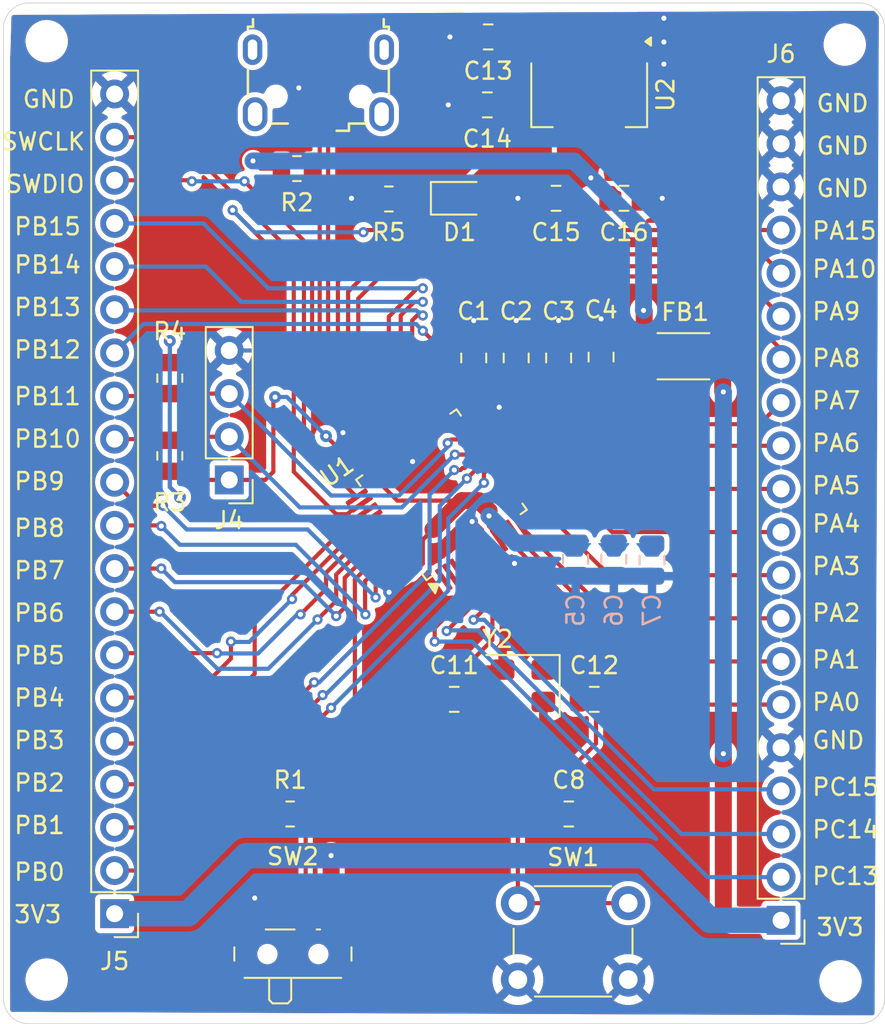
<source format=kicad_pcb>
(kicad_pcb (version 20241229) (generator "pcbnew") (generator_version "9.0")
  (layers (0 "F.Cu" signal) (2 "B.Cu" signal) (13 "F.Paste" user) (15 "B.Paste" user) (5 "F.SilkS" user "F.Silkscreen") (7 "B.SilkS" user "B.Silkscreen") (1 "F.Mask" user) (3 "B.Mask" user) (25 "Edge.Cuts" user))
  (net 0 "")
  (net 1 "GND")
  (net 2 "+3.3V")
  (net 3 "Net-(U1-NRST)")
  (net 4 "/HSL_IN")
  (net 5 "/HSL_OUT")
  (net 6 "VBUS")
  (net 7 "Net-(D1-K)")
  (net 8 "/USB_D-")
  (net 9 "/USB_D+")
  (net 10 "/SWDIO")
  (net 11 "/SWCLK")
  (net 12 "/USART1_TX")
  (net 13 "/USART1_RX")
  (net 14 "/I2C_2_SDA")
  (net 15 "/I2C_2_SCL")
  (net 16 "/PB0")
  (net 17 "/PB5")
  (net 18 "/PB9")
  (net 19 "/PB14")
  (net 20 "/PB8")
  (net 21 "/PB15")
  (net 22 "/PB12")
  (net 23 "/PB3")
  (net 24 "/PB2")
  (net 25 "/PB13")
  (net 26 "/PB1")
  (net 27 "/PB4")
  (net 28 "/PA1")
  (net 29 "/PC14")
  (net 30 "/PA15")
  (net 31 "/PA4")
  (net 32 "/PA5")
  (net 33 "/PC13")
  (net 34 "/PA10")
  (net 35 "/PC15")
  (net 36 "/PA6")
  (net 37 "/PA2")
  (net 38 "/PA0")
  (net 39 "/PA9")
  (net 40 "/PA8")
  (net 41 "/PA7")
  (net 42 "/PA3")
  (net 43 "Net-(SW2-B)")
  (net 44 "Net-(U1-BOOT0)")
  (footprint "Resistor_SMD:R_0805_2012Metric" (layer "F.Cu") (at 133.4025 50.54)
    (property "Reference" "R5")
    (property "Value" "220R" (hide yes))
  )
  (footprint "Capacitor_SMD:C_0805_2012Metric" (layer "F.Cu") (at 139.2 45 180)
    (property "Reference" "C14")
    (property "Value" "47u" (hide yes))
  )
  (footprint "Capacitor_SMD:C_0805_2012Metric" (layer "F.Cu") (at 144 86.75)
    (property "Reference" "C8")
    (property "Value" "100n" (hide yes))
  )
  (footprint "Button_Switch_THT:SW_PUSH_6mm_H4.3mm" (layer "F.Cu") (at 147.5 96.5 180)
    (property "Reference" "SW1")
    (property "Value" "SW_Push" (hide yes))
  )
  (footprint "Package_QFP:LQFP-48_7x7mm_P0.5mm" (layer "F.Cu") (at 136.5 67.953996 125)
    (property "Reference" "U1")
    (property "Value" "STM32F103CBT6" (hide yes))
  )
  (footprint "Capacitor_SMD:C_0805_2012Metric" (layer "F.Cu") (at 139.25 41 180)
    (property "Reference" "C13")
    (property "Value" "22u" (hide yes))
  )
  (footprint "Capacitor_SMD:C_0805_2012Metric" (layer "F.Cu") (at 138.4 59.9 90)
    (property "Reference" "C1")
    (property "Value" "100n" (hide yes))
  )
  (footprint "Capacitor_SMD:C_0805_2012Metric" (layer "F.Cu") (at 147.25 50.5)
    (property "Reference" "C16")
    (property "Value" "22u" (hide yes))
  )
  (footprint "Resistor_SMD:R_0805_2012Metric" (layer "F.Cu") (at 120.5 65.6625 -90)
    (property "Reference" "R3")
    (property "Value" "1K5" (hide yes))
  )
  (footprint "Capacitor_SMD:C_0805_2012Metric" (layer "F.Cu") (at 145.9 59.85 90)
    (property "Reference" "C4")
    (property "Value" "10u" (hide yes))
  )
  (footprint "Connector_PinHeader_2.54mm:PinHeader_1x04_P2.54mm_Vertical" (layer "F.Cu") (at 124 67.08 180)
    (property "Reference" "J4")
    (property "Value" "Conn_01x04_Pin" (hide yes))
  )
  (footprint "Connector_PinHeader_2.54mm:PinHeader_1x20_P2.54mm_Vertical" (layer "F.Cu") (at 156.5 93.01 180)
    (property "Reference" "J6")
    (property "Value" "Conn_01x20_Pin" (hide yes))
  )
  (footprint "MountingHole:MountingHole_2.2mm_M2_ISO14580" (layer "F.Cu") (at 113.25 41.25)
    (property "Reference" "H2" (hide yes))
    (property "Value" "MountingHole" (hide yes))
  )
  (footprint "Diode_SMD:D_0805_2012Metric" (layer "F.Cu") (at 137.5625 50.5)
    (property "Reference" "D1")
    (property "Value" "IRL81A" (hide yes))
  )
  (footprint "Connector_USB:USB_Micro-B_Wuerth_629105150521" (layer "F.Cu") (at 129.25 43.7 180)
    (property "Reference" "J1" (hide yes))
    (property "Value" "USB_B_Micro" (hide yes))
  )
  (footprint "Button_Switch_SMD:SW_SPDT_PCM12" (layer "F.Cu") (at 127.75 94.67)
    (property "Reference" "SW2")
    (property "Value" "SW_SPDT" (hide yes))
  )
  (footprint "Capacitor_SMD:C_0805_2012Metric" (layer "F.Cu") (at 140.9 59.9 90)
    (property "Reference" "C2")
    (property "Value" "100n" (hide yes))
  )
  (footprint "Resistor_SMD:R_2010_5025Metric" (layer "F.Cu") (at 150.75 59.8 180)
    (property "Reference" "FB1")
    (property "Value" "120R" (hide yes))
  )
  (footprint "MountingHole:MountingHole_2.2mm_M2_ISO14580" (layer "F.Cu") (at 160.25 41.45)
    (property "Reference" "H1" (hide yes))
    (property "Value" "MountingHole" (hide yes))
  )
  (footprint "MountingHole:MountingHole_2.2mm_M2_ISO14580" (layer "F.Cu") (at 113.25 96.5)
    (property "Reference" "H3" (hide yes))
    (property "Value" "MountingHole" (hide yes))
  )
  (footprint "Resistor_SMD:R_0805_2012Metric" (layer "F.Cu") (at 127.5875 86.75 180)
    (property "Reference" "R1")
    (property "Value" "10K" (hide yes))
  )
  (footprint "Capacitor_SMD:C_0805_2012Metric" (layer "F.Cu") (at 143.25 50.5 180)
    (property "Reference" "C15")
    (property "Value" "47u" (hide yes))
  )
  (footprint "Resistor_SMD:R_0805_2012Metric" (layer "F.Cu") (at 127.9875 48.75 180)
    (property "Reference" "R2")
    (property "Value" "1K5" (hide yes))
  )
  (footprint "Capacitor_SMD:C_0805_2012Metric" (layer "F.Cu") (at 145.5 80 180)
    (property "Reference" "C12")
    (property "Value" "10p" (hide yes))
  )
  (footprint "Connector_PinHeader_2.54mm:PinHeader_1x20_P2.54mm_Vertical" (layer "F.Cu") (at 117.25 92.62 180)
    (property "Reference" "J5")
    (property "Value" "Conn_01x20_Pin" (hide yes))
  )
  (footprint "MountingHole:MountingHole_2.2mm_M2_ISO14580" (layer "F.Cu") (at 160 96.6)
    (property "Reference" "H4" (hide yes))
    (property "Value" "MountingHole" (hide yes))
  )
  (footprint "Package_TO_SOT_SMD:SOT-223-3_TabPin2" (layer "F.Cu") (at 145.2 44.4 -90)
    (property "Reference" "U2")
    (property "Value" "AMS1117-3.3" (hide yes))
  )
  (footprint "Capacitor_SMD:C_0805_2012Metric" (layer "F.Cu") (at 137.25 80)
    (property "Reference" "C11")
    (property "Value" "10p" (hide yes))
  )
  (footprint "Crystal:Crystal_SMD_SeikoEpson_FA238V-4Pin_3.2x2.5mm" (layer "F.Cu") (at 141.3 79.2 180)
    (property "Reference" "Y2")
    (property "Value" "Crystal_GND24" (hide yes))
  )
  (footprint "Capacitor_SMD:C_0805_2012Metric" (layer "F.Cu") (at 143.4 59.9 90)
    (property "Reference" "C3")
    (property "Value" "100n" (hide yes))
  )
  (footprint "Resistor_SMD:R_0805_2012Metric" (layer "F.Cu") (at 120.5 61.0875 90)
    (property "Reference" "R4")
    (property "Value" "1K5" (hide yes))
  )
  (footprint "Capacitor_SMD:C_0805_2012Metric" (layer "B.Cu") (at 146.65 71.75 -90)
    (property "Reference" "C6")
    (property "Value" "1u" (hide yes))
  )
  (footprint "Capacitor_SMD:C_0805_2012Metric" (layer "B.Cu") (at 148.9 71.8 -90)
    (property "Reference" "C7")
    (property "Value" "1u" (hide yes))
  )
  (footprint "Capacitor_SMD:C_0805_2012Metric" (layer "B.Cu") (at 144.4 71.75 -90)
    (property "Reference" "C5")
    (property "Value" "10n" (hide yes))
  )
  (gr_arc (start 112.2 99.1) (mid 111.13934 98.66066) (end 110.7 97.6) (stroke (width 0.05)) (layer "Edge.Cuts"))
  (gr_line (start 161.1 99.1) (end 112.2 99.1) (stroke (width 0.05)) (layer "Edge.Cuts"))
  (gr_arc (start 161.1 39) (mid 162.16066 39.43934) (end 162.6 40.5) (stroke (width 0.05)) (layer "Edge.Cuts"))
  (gr_line (start 110.7 97.6) (end 110.7 40.5) (stroke (width 0.05)) (layer "Edge.Cuts"))
  (gr_arc (start 110.7 40.5) (mid 111.13934 39.43934) (end 112.2 39) (stroke (width 0.05)) (layer "Edge.Cuts"))
  (gr_arc (start 162.6 97.6) (mid 162.16066 98.66066) (end 161.1 99.1) (stroke (width 0.05)) (layer "Edge.Cuts"))
  (gr_line (start 162.6 40.5) (end 162.6 97.6) (stroke (width 0.05)) (layer "Edge.Cuts"))
  (gr_line (start 112.2 39) (end 161.1 39) (stroke (width 0.05)) (layer "Edge.Cuts"))
  (gr_text "PB2\n" (at 111.25 85.5 0) (layer "F.SilkS") (effects (font (size 1 1)) (justify left bottom)))
  (gr_text "SWCLK" (at 110.5 47.75 0) (layer "F.SilkS") (effects (font (size 1 1)) (justify left bottom)))
  (gr_text "3V3" (at 158.5 94 0) (layer "F.SilkS") (effects (font (size 1 1)) (justify left bottom)))
  (gr_text "PA2\n" (at 158.25 75.5 0) (layer "F.SilkS") (effects (font (size 1 1)) (justify left bottom)))
  (gr_text "PA8" (at 158.25 60.5 0) (layer "F.SilkS") (effects (font (size 1 1)) (justify left bottom)))
  (gr_text "PB7\n" (at 111.25 73 0) (layer "F.SilkS") (effects (font (size 1 1)) (justify left bottom)))
  (gr_text "PA9" (at 158.25 57.75 0) (layer "F.SilkS") (effects (font (size 1 1)) (justify left bottom)))
  (gr_text "PB8\n" (at 111.25 70.5 0) (layer "F.SilkS") (effects (font (size 1 1)) (justify left bottom)))
  (gr_text "PA4\n" (at 158.25 70.25 0) (layer "F.SilkS") (effects (font (size 1 1)) (justify left bottom)))
  (gr_text "PA3" (at 158.25 72.75 0) (layer "F.SilkS") (effects (font (size 1 1)) (justify left bottom)))
  (gr_text "PC14\n" (at 158.25 88.25 0) (layer "F.SilkS") (effects (font (size 1 1)) (justify left bottom)))
  (gr_text "PB0\n" (at 111.25 90.75 0) (layer "F.SilkS") (effects (font (size 1 1)) (justify left bottom)))
  (gr_text "PA1" (at 158.25 78.25 0) (layer "F.SilkS") (effects (font (size 1 1)) (justify left bottom)))
  (gr_text "PB14\n" (at 111.25 55 0) (layer "F.SilkS") (effects (font (size 1 1)) (justify left bottom)))
  (gr_text "PB4\n" (at 111.25 80.5 0) (layer "F.SilkS") (effects (font (size 1 1)) (justify left bottom)))
  (gr_text "PB3\n" (at 111.25 83 0) (layer "F.SilkS") (effects (font (size 1 1)) (justify left bottom)))
  (gr_text "PC13\n" (at 158.25 91 0) (layer "F.SilkS") (effects (font (size 1 1)) (justify left bottom)))
  (gr_text "GND\n" (at 158.5 48 0) (layer "F.SilkS") (effects (font (size 1 1)) (justify left bottom)))
  (gr_text "PA10" (at 158.25 55.25 0) (layer "F.SilkS") (effects (font (size 1 1)) (justify left bottom)))
  (gr_text "PB9\n" (at 111.25 67.75 0) (layer "F.SilkS") (effects (font (size 1 1)) (justify left bottom)))
  (gr_text "PB1" (at 111.25 88 0) (layer "F.SilkS") (effects (font (size 1 1)) (justify left bottom)))
  (gr_text "GND\n" (at 158.5 45.5 0) (layer "F.SilkS") (effects (font (size 1 1)) (justify left bottom)))
  (gr_text "PC15\n" (at 158.25 85.75 0) (layer "F.SilkS") (effects (font (size 1 1)) (justify left bottom)))
  (gr_text "PA15" (at 158.25 53 0) (layer "F.SilkS") (effects (font (size 1 1)) (justify left bottom)))
  (gr_text "PB10\n" (at 111.25 65.25 0) (layer "F.SilkS") (effects (font (size 1 1)) (justify left bottom)))
  (gr_text "PA0\n" (at 158.25 80.75 0) (layer "F.SilkS") (effects (font (size 1 1)) (justify left bottom)))
  (gr_text "GND\n" (at 158.25 83 0) (layer "F.SilkS") (effects (font (size 1 1)) (justify left bottom)))
  (gr_text "PA5" (at 158.25 68 0) (layer "F.SilkS") (effects (font (size 1 1)) (justify left bottom)))
  (gr_text "PA6\n" (at 158.25 65.5 0) (layer "F.SilkS") (effects (font (size 1 1)) (justify left bottom)))
  (gr_text "PB11\n" (at 111.25 62.75 0) (layer "F.SilkS") (effects (font (size 1 1)) (justify left bottom)))
  (gr_text "PB13\n" (at 111.25 57.5 0) (layer "F.SilkS") (effects (font (size 1 1)) (justify left bottom)))
  (gr_text "PB6\n" (at 111.25 75.5 0) (layer "F.SilkS") (effects (font (size 1 1)) (justify left bottom)))
  (gr_text "PB15" (at 111.25 52.75 0) (layer "F.SilkS") (effects (font (size 1 1)) (justify left bottom)))
  (gr_text "PB12\n" (at 111.25 60 0) (layer "F.SilkS") (effects (font (size 1 1)) (justify left bottom)))
  (gr_text "GND\n" (at 158.5 50.5 0) (layer "F.SilkS") (effects (font (size 1 1)) (justify left bottom)))
  (gr_text "PB5\n" (at 111.25 78 0) (layer "F.SilkS") (effects (font (size 1 1)) (justify left bottom)))
  (gr_text "GND\n" (at 111.75 45.25 0) (layer "F.SilkS") (effects (font (size 1 1)) (justify left bottom)))
  (gr_text "SWDIO\n" (at 110.75 50.25 0) (layer "F.SilkS") (effects (font (size 1 1)) (justify left bottom)))
  (gr_text "PA7" (at 158.25 63 0) (layer "F.SilkS") (effects (font (size 1 1)) (justify left bottom)))
  (gr_text "3V3" (at 111.25 93.25 0) (layer "F.SilkS") (effects (font (size 1 1)) (justify left bottom)))
  (segment (start 138.4 58.95) (end 138.4 57.7) (width 0.245) (layer "F.Cu") (net 1))
  (segment (start 128.1 44) (end 127.9 44.2) (width 0.245) (layer "F.Cu") (net 1))
  (segment (start 138.394935 69.532039) (end 138.881448 70.018552) (width 0.245) (layer "F.Cu") (net 1))
  (segment (start 134.267452 66.532548) (end 132.832548 66.532548) (width 0.245) (layer "F.Cu") (net 1))
  (segment (start 149.5 50.5) (end 148.2 50.5) (width 0.245) (layer "F.Cu") (net 1))
  (segment (start 140.433792 72) (end 139.932538 71.498746) (width 0.245) (layer "F.Cu") (net 1))
  (segment (start 134.8 66) (end 134.267452 66.532548) (width 0.245) (layer "F.Cu") (net 1))
  (segment (start 143.4 58.95) (end 143.4 57.7) (width 0.245) (layer "F.Cu") (net 1))
  (segment (start 139.9 62.8) (end 139.40727 63.29273) (width 0.245) (layer "F.Cu") (net 1))
  (segment (start 139.40727 63.29273) (end 139.184385 63.29273) (width 0.245) (layer "F.Cu") (net 1))
  (segment (start 136.9 45) (end 138.25 45) (width 0.245) (layer "F.Cu") (net 1))
  (segment (start 125.5 91.7) (end 125.5 93.24) (width 0.245) (layer "F.Cu") (net 1))
  (segment (start 136.645946 64.154054) (end 138.053962 64.154054) (width 0.245) (layer "F.Cu") (net 1))
  (segment (start 137 41) (end 138.3 41) (width 0.245) (layer "F.Cu") (net 1))
  (segment (start 142.3 50.5) (end 141 50.5) (width 0.245) (layer "F.Cu") (net 1))
  (segment (start 138.303882 69.532039) (end 138.394935 69.532039) (width 0.245) (layer "F.Cu") (net 1))
  (segment (start 131.24 50.54) (end 131.2 50.5) (width 0.245) (layer "F.Cu") (net 1))
  (segment (start 140.9 58.95) (end 140.9 57.7) (width 0.245) (layer "F.Cu") (net 1))
  (segment (start 145.9 58.9) (end 145.9 57.6) (width 0.245) (layer "F.Cu") (net 1))
  (segment (start 138.881448 70.018552) (end 138.881448 70.178556) (width 0.245) (layer "F.Cu") (net 1))
  (segment (start 127.9 44.2) (end 127.9 45.55) (width 0.245) (layer "F.Cu") (net 1))
  (segment (start 132.832548 66.532548) (end 132.700058 66.400058) (width 0.245) (layer "F.Cu") (net 1))
  (segment (start 149.55 41.25) (end 149.6 41.3) (width 0.245) (layer "F.Cu") (net 1))
  (segment (start 130.869123 64.3) (end 131.838734 65.269611) (width 0.245) (layer "F.Cu") (net 1))
  (segment (start 133.6 73.50953) (end 133.6 72.830877) (width 0.245) (layer "F.Cu") (net 1))
  (segment (start 134.8 66) (end 136.645946 64.154054) (width 0.245) (layer "F.Cu") (net 1))
  (segment (start 132.49 50.54) (end 131.24 50.54) (width 0.245) (layer "F.Cu") (net 1))
  (segment (start 132.45 50.5) (end 132.49 50.54) (width 0.245) (layer "F.Cu") (net 1))
  (segment (start 138.881448 70.178556) (end 139.071214 70.368322) (width 0.245) (layer "F.Cu") (net 1))
  (segment (start 130.7 64.3) (end 130.869123 64.3) (width 0.245) (layer "F.Cu") (net 1))
  (segment (start 147.5 41.25) (end 149.55 41.25) (width 0.245) (layer "F.Cu") (net 1))
  (segment (start 140.8 72) (end 140.8 72.2) (width 0.245) (layer "F.Cu") (net 1))
  (segment (start 140.8 72) (end 140.433792 72) (width 0.245) (layer "F.Cu") (net 1))
  (segment (start 127.9 45.55) (end 127.95 45.6) (width 0.245) (layer "F.Cu") (net 1))
  (segment (start 133.415517 73.694013) (end 133.6 73.50953) (width 0.245) (layer "F.Cu") (net 1))
  (segment (start 133.6 72.830877) (end 133.815615 72.615262) (width 0.245) (layer "F.Cu") (net 1))
  (via (at 134.8 66) (size 0.7) (drill 0.3) (layers "F.Cu" "B.Cu") (net 1))
  (via (at 149.6 41.3) (size 0.7) (drill 0.3) (layers "F.Cu" "B.Cu") (net 1))
  (via (at 149.5 50.5) (size 0.7) (drill 0.3) (layers "F.Cu" "B.Cu") (net 1))
  (via (at 141 50.5) (size 0.7) (drill 0.3) (layers "F.Cu" "B.Cu") (net 1))
  (via (at 128.1 44) (size 0.7) (drill 0.3) (layers "F.Cu" "B.Cu") (net 1))
  (via (at 143.4 57.7) (size 0.7) (drill 0.3) (layers "F.Cu" "B.Cu") (net 1))
  (via (at 140.8 72) (size 0.7) (drill 0.3) (layers "F.Cu" "B.Cu") (net 1))
  (via (at 138.4 57.7) (size 0.7) (drill 0.3) (layers "F.Cu" "B.Cu") (net 1))
  (via (at 145.9 57.6) (size 0.7) (drill 0.3) (layers "F.Cu" "B.Cu") (net 1))
  (via (at 136.9 45) (size 0.7) (drill 0.3) (layers "F.Cu" "B.Cu") (net 1))
  (via (at 131.2 50.5) (size 0.7) (drill 0.3) (layers "F.Cu" "B.Cu") (net 1))
  (via (at 139.9 62.8) (size 0.7) (drill 0.3) (layers "F.Cu" "B.Cu") (net 1))
  (via (at 138.303882 69.532039) (size 0.7) (drill 0.3) (layers "F.Cu" "B.Cu") (net 1))
  (via (at 125.5 91.7) (size 0.7) (drill 0.3) (layers "F.Cu" "B.Cu") (net 1))
  (via (at 130.7 64.3) (size 0.7) (drill 0.3) (layers "F.Cu" "B.Cu") (net 1))
  (via (at 149.6 42.6) (size 0.7) (drill 0.3) (layers "F.Cu" "B.Cu") (net 1))
  (via (at 133.415517 73.694013) (size 0.7) (drill 0.3) (layers "F.Cu" "B.Cu") (net 1))
  (via (at 149.6 39.9) (size 0.7) (drill 0.3) (layers "F.Cu" "B.Cu") (net 1))
  (via (at 140.9 57.7) (size 0.7) (drill 0.3) (layers "F.Cu" "B.Cu") (net 1))
  (via (at 137 41) (size 0.7) (drill 0.3) (layers "F.Cu" "B.Cu") (net 1))
  (segment (start 141.55 72.75) (end 140.8 72) (width 1) (layer "B.Cu") (net 1))
  (segment (start 124 59.46) (end 125.86 59.46) (width 0.245) (layer "B.Cu") (net 1))
  (segment (start 125.86 59.46) (end 130.7 64.3) (width 0.245) (layer "B.Cu") (net 1))
  (segment (start 148.9 72.75) (end 141.55 72.75) (width 1) (layer "B.Cu") (net 1))
  (segment (start 121.82 67.08) (end 124 67.08) (width 0.245) (layer "F.Cu") (net 2))
  (segment (start 121.8 67.1) (end 121.82 67.08) (width 0.245) (layer "F.Cu") (net 2))
  (segment (start 124 67.08) (end 126.12 67.08) (width 0.245) (layer "F.Cu") (net 2))
  (segment (start 138.332385 60.917615) (end 138.4 60.85) (width 0.245) (layer "F.Cu") (net 2))
  (segment (start 126.6 66.6) (end 126.6 62.3) (width 0.245) (layer "F.Cu") (net 2))
  (segment (start 129.7 64.5) (end 131.321611 66.121611) (width 0.245) (layer "F.Cu") (net 2))
  (segment (start 127.075 48.75) (end 125.85 48.75) (width 0.245) (layer "F.Cu") (net 2))
  (segment (start 148.4375 59.8) (end 148.4375 57.1375) (width 1) (layer "F.Cu") (net 2))
  (segment (start 130 89.2) (end 130 93.24) (width 1) (layer "F.Cu") (net 2))
  (segment (start 139.3 69.303322) (end 139.3 69.8) (width 0.254) (layer "F.Cu") (net 2))
  (segment (start 121.275 66.575) (end 121.8 67.1) (width 0.245) (layer "F.Cu") (net 2))
  (segment (start 139.47629 69.97629) (end 139.47629 70.07067) (width 0.254) (layer "F.Cu") (net 2))
  (segment (start 120.5 66.575) (end 121.275 66.575) (width 0.245) (layer "F.Cu") (net 2))
  (segment (start 153.0625 61.8625) (end 153.1 61.9) (width 1) (layer "F.Cu") (net 2))
  (segment (start 148.4375 57.1375) (end 148.4 57.1) (width 1) (layer "F.Cu") (net 2))
  (segment (start 135.4 72.002705) (end 135.4 70.6) (width 0.254) (layer "F.Cu") (net 2))
  (segment (start 139.3 69.2) (end 139.3 68.9) (width 1) (layer "F.Cu") (net 2))
  (segment (start 131.85982 66.25982) (end 133.9 68.3) (width 0.245) (layer "F.Cu") (net 2))
  (segment (start 131.85982 66.121611) (end 131.85982 66.25982) (width 0.245) (layer "F.Cu") (net 2))
  (segment (start 138.45 60.8) (end 138.4 60.85) (width 1) (layer "F.Cu") (net 2))
  (segment (start 120.5 66.575) (end 120.5 67.5) (width 0.245) (layer "F.Cu") (net 2))
  (segment (start 137.7 68.3) (end 136 70) (width 1) (layer "F.Cu") (net 2))
  (segment (start 120.5 67.5) (end 121.1 68.1) (width 0.245) (layer "F.Cu") (net 2))
  (segment (start 139.126 49.074) (end 145.074 49.074) (width 1) (layer "F.Cu") (net 2))
  (segment (start 138.332385 63.313816) (end 138.1 63.081431) (width 0.245) (layer "F.Cu") (net 2))
  (segment (start 147.4375 60.8) (end 148.4375 59.8) (width 1) (layer "F.Cu") (net 2))
  (segment (start 133.9 68.3) (end 137.7 68.3) (width 0.245) (layer "F.Cu") (net 2))
  (segment (start 139.3 68.9) (end 138.7 68.3) (width 1) (layer "F.Cu") (net 2))
  (segment (start 153.0625 59.8) (end 153.0625 61.8625) (width 1) (layer "F.Cu") (net 2))
  (segment (start 126.12 67.08) (end 126.6 66.6) (width 0.245) (layer "F.Cu") (net 2))
  (segment (start 139.196678 69.2) (end 139.3 69.303322) (width 0.254) (layer "F.Cu") (net 2))
  (segment (start 138.5 50.5) (end 138.5 49.7) (width 1) (layer "F.Cu") (net 2))
  (segment (start 138.4 62) (end 138.4 60.85) (width 0.5) (layer "F.Cu") (net 2))
  (segment (start 138.5 49.7) (end 139.126 49.074) (width 1) (layer "F.Cu") (net 2))
  (segment (start 153.1 92.5) (end 153.61 93.01) (width 1) (layer "F.Cu") (net 2))
  (segment (start 139.3 69.8) (end 139.47629 69.97629) (width 0.254) (layer "F.Cu") (net 2))
  (segment (start 126.6 62.3) (end 126.7 62.2) (width 0.245) (layer "F.Cu") (net 2))
  (segment (start 131.321611 66.121611) (end 131.85982 66.121611) (width 0.245) (layer "F.Cu") (net 2))
  (segment (start 145.9 60.8) (end 147.4375 60.8) (width 1) (layer "F.Cu") (net 2))
  (segment (start 125.85 48.75) (end 125.4 48.3) (width 0.245) (layer "F.Cu") (net 2))
  (segment (start 153.61 93.01) (end 156.5 93.01) (width 1) (layer "F.Cu") (net 2))
  (segment (start 145.9 60.8) (end 138.45 60.8) (width 1) (layer "F.Cu") (net 2))
  (segment (start 138.1 63.081431) (end 138.1 62.3) (width 0.5) (layer "F.Cu") (net 2))
  (segment (start 138.7 68.3) (end 137.7 68.3) (width 1) (layer "F.Cu") (net 2))
  (segment (start 138.1 62.3) (end 138.4 62) (width 0.5) (layer "F.Cu") (net 2))
  (segment (start 153.1 83.2) (end 153.1 92.5) (width 1) (layer "F.Cu") (net 2))
  (segment (start 120.5 58.9) (end 120.5 60.175) (width 0.245) (layer "F.Cu") (net 2))
  (segment (start 145.074 49.074) (end 145.3 49.3) (width 1) (layer "F.Cu") (net 2))
  (segment (start 135.4 70.6) (end 136 70) (width 0.254) (layer "F.Cu") (net 2))
  (segment (start 134.738072 72.664633) (end 135.4 72.002705) (width 0.254) (layer "F.Cu") (net 2))
  (via (at 126.7 62.2) (size 0.7) (drill 0.3) (layers "F.Cu" "B.Cu") (net 2))
  (via (at 121.1 68.1) (size 0.7) (drill 0.3) (layers "F.Cu" "B.Cu") (net 2))
  (via (at 129.7 64.5) (size 0.7) (drill 0.3) (layers "F.Cu" "B.Cu") (net 2))
  (via (at 148.4 57.1) (size 0.7) (drill 0.3) (layers "F.Cu" "B.Cu") (net 2))
  (via (at 125.4 48.3) (size 0.7) (drill 0.3) (layers "F.Cu" "B.Cu") (net 2))
  (via (at 139.3 69.2) (size 0.7) (drill 0.3) (layers "F.Cu" "B.Cu") (net 2))
  (via (at 153.1 61.9) (size 0.7) (drill 0.3) (layers "F.Cu" "B.Cu") (net 2))
  (via (at 145.3 49.3) (size 0.7) (drill 0.3) (layers "F.Cu" "B.Cu") (net 2))
  (via (at 153.1 83.2) (size 0.7) (drill 0.3) (layers "F.Cu" "B.Cu") (net 2))
  (via (at 120.5 58.9) (size 0.7) (drill 0.3) (layers "F.Cu" "B.Cu") (net 2))
  (via (at 130 89.2) (size 0.7) (drill 0.3) (layers "F.Cu" "B.Cu") (net 2))
  (segment (start 120.5 67.5) (end 120.5 58.9) (width 0.245) (layer "B.Cu") (net 2))
  (segment (start 148.5 89.2) (end 152.31 93.01) (width 1.5) (layer "B.Cu") (net 2))
  (segment (start 140.9 70.8) (end 139.3 69.2) (width 1) (layer "B.Cu") (net 2))
  (segment (start 148.4 52.4) (end 145.3 49.3) (width 1) (layer "B.Cu") (net 2))
  (segment (start 126.7 62.2) (end 127.4 62.2) (width 0.245) (layer "B.Cu") (net 2))
  (segment (start 144.4 70.8) (end 140.9 70.8) (width 1) (layer "B.Cu") (net 2))
  (segment (start 152.31 93.01) (end 156.5 93.01) (width 1.5) (layer "B.Cu") (net 2))
  (segment (start 145.3 49.3) (end 144.3 48.3) (width 1) (layer "B.Cu") (net 2))
  (segment (start 148.4 57.1) (end 148.4 52.4) (width 1) (layer "B.Cu") (net 2))
  (segment (start 130 89.2) (end 148.5 89.2) (width 1.5) (layer "B.Cu") (net 2))
  (segment (start 127.4 62.2) (end 129.7 64.5) (width 0.245) (layer "B.Cu") (net 2))
  (segment (start 121.58 92.62) (end 117.25 92.62) (width 1.5) (layer "B.Cu") (net 2))
  (segment (start 153.1 83.2) (end 153.1 61.9) (width 1) (layer "B.Cu") (net 2))
  (segment (start 121.1 68.1) (end 120.5 67.5) (width 0.245) (layer "B.Cu") (net 2))
  (segment (start 144.3 48.3) (end 125.4 48.3) (width 1) (layer "B.Cu") (net 2))
  (segment (start 130 89.2) (end 125 89.2) (width 1.5) (layer "B.Cu") (net 2))
  (segment (start 125 89.2) (end 121.58 92.62) (width 1.5) (layer "B.Cu") (net 2))
  (segment (start 141 87.25) (end 141 92) (width 0.245) (layer "F.Cu") (net 3))
  (segment (start 147.5 92) (end 141 92) (width 0.245) (layer "F.Cu") (net 3))
  (segment (start 145.6 82.6) (end 145.6 77.862572) (width 0.245) (layer "F.Cu") (net 3))
  (segment (start 145.6 77.862572) (end 139.522962 71.785534) (width 0.245) (layer "F.Cu") (net 3))
  (segment (start 143.05 86.75) (end 143.05 85.15) (width 0.245) (layer "F.Cu") (net 3))
  (segment (start 143.05 86.75) (end 141.5 86.75) (width 0.245) (layer "F.Cu") (net 3))
  (segment (start 141.5 86.75) (end 141 87.25) (width 0.245) (layer "F.Cu") (net 3))
  (segment (start 143.05 85.15) (end 145.6 82.6) (width 0.245) (layer "F.Cu") (net 3))
  (segment (start 139.5 73.1553) (end 138.70381 72.35911) (width 0.245) (layer "F.Cu") (net 4))
  (segment (start 140.1 80.15) (end 138.35 80.15) (width 0.245) (layer "F.Cu") (net 4))
  (segment (start 138.2 80) (end 138.2 77.8) (width 0.245) (layer "F.Cu") (net 4))
  (segment (start 139.5 76.5) (end 139.5 73.1553) (width 0.245) (layer "F.Cu") (net 4))
  (segment (start 138.2 77.8) (end 139.5 76.5) (width 0.245) (layer "F.Cu") (net 4))
  (segment (start 138.35 80.15) (end 138.2 80) (width 0.245) (layer "F.Cu") (net 4))
  (segment (start 142.5 78.25) (end 142.5 75.458936) (width 0.245) (layer "F.Cu") (net 5))
  (segment (start 144 78.25) (end 142.5 78.25) (width 0.245) (layer "F.Cu") (net 5))
  (segment (start 142.5 75.458936) (end 139.113386 72.072322) (width 0.245) (layer "F.Cu") (net 5))
  (segment (start 144.55 78.8) (end 144 78.25) (width 0.245) (layer "F.Cu") (net 5))
  (segment (start 144.55 80) (end 144.55 78.8) (width 0.245) (layer "F.Cu") (net 5))
  (segment (start 134.355 50.5) (end 134.315 50.54) (width 0.245) (layer "F.Cu") (net 7))
  (segment (start 136.625 50.5) (end 134.355 50.5) (width 0.245) (layer "F.Cu") (net 7))
  (segment (start 129.9 46.575001) (end 129.8225 46.652501) (width 0.245) (layer "F.Cu") (net 8))
  (segment (start 129.8225 46.652501) (end 129.8225 61.229908) (width 0.245) (layer "F.Cu") (net 8))
  (segment (start 132.869324 64.276732) (end 132.934948 64.276732) (width 0.245) (layer "F.Cu") (net 8))
  (segment (start 132.934948 64.276732) (end 133.067462 64.409246) (width 0.245) (layer "F.Cu") (net 8))
  (segment (start 129.8225 61.229908) (end 132.869324 64.276732) (width 0.245) (layer "F.Cu") (net 8))
  (segment (start 129.9 45.6) (end 129.9 46.575001) (width 0.245) (layer "F.Cu") (net 8))
  (segment (start 129.25 46.575001) (end 129.3275 46.652501) (width 0.245) (layer "F.Cu") (net 9))
  (segment (start 129.3275 46.652501) (end 129.3275 61.365648) (width 0.245) (layer "F.Cu") (net 9))
  (segment (start 129.3275 61.365648) (end 132.657886 64.696034) (width 0.245) (layer "F.Cu") (net 9))
  (segment (start 129.25 45.6) (end 129.25 46.575001) (width 0.245) (layer "F.Cu") (net 9))
  (segment (start 128.8815 53.4815) (end 128.8815 61.550388) (width 0.245) (layer "F.Cu") (net 10))
  (segment (start 124.9 49.5) (end 128.8815 53.4815) (width 0.245) (layer "F.Cu") (net 10))
  (segment (start 132.24831 64.917198) (end 132.24831 64.982823) (width 0.245) (layer "F.Cu") (net 10))
  (segment (start 121.8 49.5) (end 121.74 49.44) (width 0.245) (layer "F.Cu") (net 10))
  (segment (start 121.74 49.44) (end 117.25 49.44) (width 0.245) (layer "F.Cu") (net 10))
  (segment (start 128.8815 61.550388) (end 132.24831 64.917198) (width 0.245) (layer "F.Cu") (net 10))
  (via (at 124.9 49.5) (size 0.6) (drill 0.3) (layers "F.Cu" "B.Cu") (net 10))
  (via (at 121.8 49.5) (size 0.6) (drill 0.3) (layers "F.Cu" "B.Cu") (net 10))
  (segment (start 121.8 49.5) (end 124.9 49.5) (width 0.245) (layer "B.Cu") (net 10))
  (segment (start 131.512944 68.08884) (end 128.4 64.975896) (width 0.245) (layer "F.Cu") (net 11))
  (segment (start 120.9 46.9) (end 117.25 46.9) (width 0.245) (layer "F.Cu") (net 11))
  (segment (start 128.4 54.4) (end 120.9 46.9) (width 0.245) (layer "F.Cu") (net 11))
  (segment (start 128.4 64.975896) (end 128.4 54.4) (width 0.245) (layer "F.Cu") (net 11))
  (segment (start 119.9 74.84) (end 117.25 74.84) (width 0.245) (layer "F.Cu") (net 12))
  (segment (start 130.3 72.649056) (end 132.381674 70.567382) (width 0.245) (layer "F.Cu") (net 12))
  (segment (start 130.3 74.2) (end 130.3 72.649056) (width 0.245) (layer "F.Cu") (net 12))
  (segment (start 129.2 75.3) (end 130.3 74.2) (width 0.245) (layer "F.Cu") (net 12))
  (via (at 119.9 74.84) (size 0.6) (drill 0.3) (layers "F.Cu" "B.Cu") (net 12))
  (via (at 129.2 75.3) (size 0.6) (drill 0.3) (layers "F.Cu" "B.Cu") (net 12))
  (segment (start 126.3 78.2) (end 129.2 75.3) (width 0.245) (layer "B.Cu") (net 12))
  (segment (start 123.3 78.2) (end 126.3 78.2) (width 0.245) (layer "B.Cu") (net 12))
  (segment (start 119.9 74.84) (end 119.94 74.84) (width 0.245) (layer "B.Cu") (net 12))
  (segment (start 119.94 74.84) (end 123.3 78.2) (width 0.245) (layer "B.Cu") (net 12))
  (segment (start 130.8 72.84542) (end 132.668462 70.976958) (width 0.245) (layer "F.Cu") (net 13))
  (segment (start 117.6725 72.9125) (end 117.5 72.74) (width 0.3) (layer "F.Cu") (net 13))
  (segment (start 130.3 75.1) (end 130.8 74.6) (width 0.245) (layer "F.Cu") (net 13))
  (segment (start 130.8 74.6) (end 130.8 72.84542) (width 0.245) (layer "F.Cu") (net 13))
  (segment (start 117.25 72.3) (end 120 72.3) (width 0.245) (layer "F.Cu") (net 13))
  (via (at 120 72.3) (size 0.6) (drill 0.3) (layers "F.Cu" "B.Cu") (net 13))
  (via (at 130.3 75.1) (size 0.6) (drill 0.3) (layers "F.Cu" "B.Cu") (net 13))
  (segment (start 128.3 73.1) (end 130.3 75.1) (width 0.245) (layer "B.Cu") (net 13))
  (segment (start 120.8 73.1) (end 128.3 73.1) (width 0.245) (layer "B.Cu") (net 13))
  (segment (start 120 72.3) (end 120.8 73.1) (width 0.245) (layer "B.Cu") (net 13))
  (segment (start 117.25 62.14) (end 120.36 62.14) (width 0.245) (layer "F.Cu") (net 14))
  (segment (start 120.36 62.14) (end 120.5 62) (width 0.245) (layer "F.Cu") (net 14))
  (segment (start 124 62) (end 120.5 62) (width 0.245) (layer "F.Cu") (net 14))
  (segment (start 138.20438 64.7) (end 138.34075 64.56363) (width 0.245) (layer "F.Cu") (net 14))
  (segment (start 137.077086 64.7) (end 138.20438 64.7) (width 0.245) (layer "F.Cu") (net 14))
  (segment (start 136.863864 64.913222) (end 137.077086 64.7) (width 0.245) (layer "F.Cu") (net 14))
  (via (at 136.863864 64.913222) (size 0.6) (drill 0.3) (layers "F.Cu" "B.Cu") (net 14))
  (segment (start 136.863864 64.913222) (end 136.863864 65.136136) (width 0.245) (layer "B.Cu") (net 14))
  (segment (start 130 68) (end 124 62) (width 0.245) (layer "B.Cu") (net 14))
  (segment (start 136.863864 65.136136) (end 134 68) (width 0.245) (layer "B.Cu") (net 14))
  (segment (start 134 68) (end 130 68) (width 0.245) (layer "B.Cu") (net 14))
  (segment (start 120.43 64.68) (end 120.5 64.75) (width 0.245) (layer "F.Cu") (net 15))
  (segment (start 121 64.75) (end 121.21 64.54) (width 0.245) (layer "F.Cu") (net 15))
  (segment (start 137.290174 65.590174) (end 138.01057 65.590174) (width 0.245) (layer "F.Cu") (net 15))
  (segment (start 120.5 64.75) (end 121 64.75) (width 0.245) (layer "F.Cu") (net 15))
  (segment (start 138.01057 65.590174) (end 138.627538 64.973206) (width 0.245) (layer "F.Cu") (net 15))
  (segment (start 121.21 64.54) (end 124 64.54) (width 0.245) (layer "F.Cu") (net 15))
  (segment (start 117.25 64.68) (end 120.43 64.68) (width 0.245) (layer "F.Cu") (net 15))
  (via (at 137.290174 65.590174) (size 0.6) (drill 0.3) (layers "F.Cu" "B.Cu") (net 15))
  (segment (start 137.278063 65.590174) (end 137.290174 65.590174) (width 0.245) (layer "B.Cu") (net 15))
  (segment (start 128.16 68.7) (end 134.168237 68.7) (width 0.245) (layer "B.Cu") (net 15))
  (segment (start 124 64.54) (end 128.16 68.7) (width 0.245) (layer "B.Cu") (net 15))
  (segment (start 134.168237 68.7) (end 137.278063 65.590174) (width 0.245) (layer "B.Cu") (net 15))
  (segment (start 117.25 90.08) (end 120.42 90.08) (width 0.245) (layer "F.Cu") (net 16))
  (segment (start 120.42 90.08) (end 121 89.5) (width 0.245) (layer "F.Cu") (net 16))
  (segment (start 139 67.25) (end 139 66.689837) (width 0.245) (layer "F.Cu") (net 16))
  (segment (start 139 66.689837) (end 139.487903 66.201934) (width 0.245) (layer "F.Cu") (net 16))
  (segment (start 121 89.5) (end 130 80.5) (width 0.245) (layer "F.Cu") (net 16))
  (via (at 139 67.25) (size 0.6) (drill 0.3) (layers "F.Cu" "B.Cu") (net 16))
  (via (at 130 80.5) (size 0.6) (drill 0.3) (layers "F.Cu" "B.Cu") (net 16))
  (segment (start 136.9 73.6) (end 136.9 69.35) (width 0.245) (layer "B.Cu") (net 16))
  (segment (start 136.9 69.35) (end 139 67.25) (width 0.245) (layer "B.Cu") (net 16))
  (segment (start 130 80.5) (end 136.9 73.6) (width 0.245) (layer "B.Cu") (net 16))
  (segment (start 117.350174 77.279826) (end 117.25 77.38) (width 0.245) (layer "F.Cu") (net 17))
  (segment (start 129.7 72.552692) (end 132.094886 70.157806) (width 0.245) (layer "F.Cu") (net 17))
  (segment (start 129.7 73.5) (end 129.7 72.552692) (width 0.245) (layer "F.Cu") (net 17))
  (segment (start 128.2 75) (end 129.7 73.5) (width 0.245) (layer "F.Cu") (net 17))
  (segment (start 123.279826 77.279826) (end 117.350174 77.279826) (width 0.245) (layer "F.Cu") (net 17))
  (via (at 128.2 75) (size 0.6) (drill 0.3) (layers "F.Cu" "B.Cu") (net 17))
  (via (at 123.279826 77.279826) (size 0.6) (drill 0.3) (layers "F.Cu" "B.Cu") (net 17))
  (segment (start 125.7 77.3) (end 128 75) (width 0.245) (layer "B.Cu") (net 17))
  (segment (start 123.3 77.3) (end 125.7 77.3) (width 0.245) (layer "B.Cu") (net 17))
  (segment (start 128 75) (end 128.2 75) (width 0.245) (layer "B.Cu") (net 17))
  (segment (start 123.279826 77.279826) (end 123.3 77.3) (width 0.245) (layer "B.Cu") (net 17))
  (segment (start 132.6225 73.112013) (end 133.528827 72.205686) (width 0.245) (layer "F.Cu") (net 18))
  (segment (start 117.25 67.22) (end 118.63 68.6) (width 0.245) (layer "F.Cu") (net 18))
  (segment (start 118.63 68.6) (end 120.1 68.6) (width 0.245) (layer "F.Cu") (net 18))
  (segment (start 132.6225 74) (end 132.6225 73.112013) (width 0.245) (layer "F.Cu") (net 18))
  (via (at 132.6225 74) (size 0.6) (drill 0.3) (layers "F.Cu" "B.Cu") (net 18))
  (via (at 120.1 68.6) (size 0.6) (drill 0.3) (layers "F.Cu" "B.Cu") (net 18))
  (segment (start 120.1 68.6) (end 121.5 70) (width 0.245) (layer "B.Cu") (net 18))
  (segment (start 128.6225 70) (end 132.6225 74) (width 0.245) (layer "B.Cu") (net 18))
  (segment (start 121.5 70) (end 128.6225 70) (width 0.245) (layer "B.Cu") (net 18))
  (segment (start 134.1 61.959963) (end 135.115342 62.975305) (width 0.245) (layer "F.Cu") (net 19))
  (segment (start 134.9 56.6) (end 134.1 57.4) (width 0.245) (layer "F.Cu") (net 19))
  (segment (start 134.1 57.4) (end 134.1 61.959963) (width 0.245) (layer "F.Cu") (net 19))
  (segment (start 135.4 56.6) (end 134.9 56.6) (width 0.245) (layer "F.Cu") (net 19))
  (via (at 135.4 56.6) (size 0.6) (drill 0.3) (layers "F.Cu" "B.Cu") (net 19))
  (segment (start 135.4 56.6) (end 124.7 56.6) (width 0.245) (layer "B.Cu") (net 19))
  (segment (start 122.62 54.52) (end 117.25 54.52) (width 0.245) (layer "B.Cu") (net 19))
  (segment (start 124.7 56.6) (end 122.62 54.52) (width 0.245) (layer "B.Cu") (net 19))
  (segment (start 132 74.9775) (end 132 73.038148) (width 0.245) (layer "F.Cu") (net 20))
  (segment (start 117.25 69.76) (end 119.96 69.76) (width 0.245) (layer "F.Cu") (net 20))
  (segment (start 119.96 69.76) (end 120 69.8) (width 0.245) (layer "F.Cu") (net 20))
  (segment (start 132.0225 75) (end 132 74.9775) (width 0.245) (layer "F.Cu") (net 20))
  (segment (start 132 73.038148) (end 133.242038 71.79611) (width 0.245) (layer "F.Cu") (net 20))
  (via (at 132.0225 75) (size 0.6) (drill 0.3) (layers "F.Cu" "B.Cu") (net 20))
  (via (at 120 69.8) (size 0.6) (drill 0.3) (layers "F.Cu" "B.Cu") (net 20))
  (segment (start 127.9225 70.9) (end 132.0225 75) (width 0.245) (layer "B.Cu") (net 20))
  (segment (start 120 69.8) (end 121.1 70.9) (width 0.245) (layer "B.Cu") (net 20))
  (segment (start 121.1 70.9) (end 127.9225 70.9) (width 0.245) (layer "B.Cu") (net 20))
  (segment (start 133.4 61.956327) (end 134.705766 63.262093) (width 0.245) (layer "F.Cu") (net 21))
  (segment (start 133.4 57.469261) (end 133.4 61.956327) (width 0.245) (layer "F.Cu") (net 21))
  (segment (start 135.4 55.799997) (end 135.069264 55.799997) (width 0.245) (layer "F.Cu") (net 21))
  (segment (start 135.069264 55.799997) (end 133.4 57.469261) (width 0.245) (layer "F.Cu") (net 21))
  (via (at 135.4 55.799997) (size 0.6) (drill 0.3) (layers "F.Cu" "B.Cu") (net 21))
  (segment (start 126.299997 55.799997) (end 135.4 55.799997) (width 0.245) (layer "B.Cu") (net 21))
  (segment (start 122.48 51.98) (end 123 52.5) (width 0.245) (layer "B.Cu") (net 21))
  (segment (start 117.25 51.98) (end 122.48 51.98) (width 0.245) (layer "B.Cu") (net 21))
  (segment (start 123 52.5) (end 126.299997 55.799997) (width 0.245) (layer "B.Cu") (net 21))
  (segment (start 136.8 62.4) (end 136.8 62.7) (width 0.245) (layer "F.Cu") (net 22))
  (segment (start 136.8 62.7) (end 136.6 62.9) (width 0.245) (layer "F.Cu") (net 22))
  (segment (start 135.4 58.3) (end 136.8 59.7) (width 0.245) (layer "F.Cu") (net 22))
  (segment (start 136.8 59.7) (end 136.8 62.4) (width 0.245) (layer "F.Cu") (net 22))
  (via (at 135.4 58.3) (size 0.6) (drill 0.3) (layers "F.Cu" "B.Cu") (net 22))
  (segment (start 117.25 59.6) (end 118.95 57.9) (width 0.245) (layer "B.Cu") (net 22))
  (segment (start 118.95 57.9) (end 135 57.9) (width 0.245) (layer "B.Cu") (net 22))
  (segment (start 135 57.9) (end 135.4 58.3) (width 0.245) (layer "B.Cu") (net 22))
  (segment (start 117.39 82.6) (end 121.4 82.6) (width 0.245) (layer "F.Cu") (net 23))
  (segment (start 125.5 78.5) (end 125.5 75.2) (width 0.245) (layer "F.Cu") (net 23))
  (segment (start 121.4 82.6) (end 125.5 78.5) (width 0.245) (layer "F.Cu") (net 23))
  (segment (start 131.361346 69.338654) (end 131.521309 69.338654) (width 0.245) (layer "F.Cu") (net 23))
  (segment (start 117.25 82.46) (end 117.39 82.6) (width 0.245) (layer "F.Cu") (net 23))
  (segment (start 125.5 75.2) (end 131.361346 69.338654) (width 0.245) (layer "F.Cu") (net 23))
  (segment (start 137.25 66.5) (end 137.618237 66.5) (width 0.245) (layer "F.Cu") (net 24))
  (segment (start 137.741737 66.3765) (end 137.8735 66.3765) (width 0.245) (layer "F.Cu") (net 24))
  (segment (start 117.25 85) (end 123 85) (width 0.245) (layer "F.Cu") (net 24))
  (segment (start 137.8735 66.3765) (end 138.867218 65.382782) (width 0.245) (layer "F.Cu") (net 24))
  (segment (start 123 85) (end 129 79) (width 0.245) (layer "F.Cu") (net 24))
  (segment (start 137.618237 66.5) (end 137.741737 66.3765) (width 0.245) (layer "F.Cu") (net 24))
  (segment (start 138.867218 65.382782) (end 138.914326 65.382782) (width 0.245) (layer "F.Cu") (net 24))
  (via (at 137.25 66.5) (size 0.6) (drill 0.3) (layers "F.Cu" "B.Cu") (net 24))
  (via (at 129 79) (size 0.6) (drill 0.3) (layers "F.Cu" "B.Cu") (net 24))
  (segment (start 135.8 72.5) (end 129.3 79) (width 0.245) (layer "B.Cu") (net 24))
  (segment (start 135.8 67.95) (end 135.8 72.5) (width 0.245) (layer "B.Cu") (net 24))
  (segment (start 137.25 66.5) (end 135.8 67.95) (width 0.245) (layer "B.Cu") (net 24))
  (segment (start 129.3 79) (end 129 79) (width 0.245) (layer "B.Cu") (net 24))
  (segment (start 135.4 57.4) (end 135.064 57.4) (width 0.245) (layer "F.Cu") (net 25))
  (segment (start 135.064 57.4) (end 134.7765 57.6875) (width 0.245) (layer "F.Cu") (net 25))
  (segment (start 134.7765 61.940099) (end 135.524918 62.688517) (width 0.245) (layer "F.Cu") (net 25))
  (segment (start 134.7765 57.6875) (end 134.7765 61.940099) (width 0.245) (layer "F.Cu") (net 25))
  (via (at 135.4 57.4) (size 0.6) (drill 0.3) (layers "F.Cu" "B.Cu") (net 25))
  (segment (start 117.29 57.1) (end 117.25 57.06) (width 0.245) (layer "B.Cu") (net 25))
  (segment (start 135.018237 57.1) (end 117.29 57.1) (width 0.245) (layer "B.Cu") (net 25))
  (segment (start 135.4 57.4) (end 135.2235 57.2235) (width 0.245) (layer "B.Cu") (net 25))
  (segment (start 135.2235 57.2235) (end 135.141737 57.2235) (width 0.245) (layer "B.Cu") (net 25))
  (segment (start 135.141737 57.2235) (end 135.018237 57.1) (width 0.245) (layer "B.Cu") (net 25))
  (segment (start 121.71 87.54) (end 122 87.25) (width 0.245) (layer "F.Cu") (net 26))
  (segment (start 139.0686 65.9314) (end 139.0686 65.924872) (width 0.245) (layer "F.Cu") (net 26))
  (segment (start 117.25 87.54) (end 121.71 87.54) (width 0.245) (layer "F.Cu") (net 26))
  (segment (start 138 67) (end 139.0686 65.9314) (width 0.245) (layer "F.Cu") (net 26))
  (segment (start 122 87.25) (end 129.5 79.75) (width 0.245) (layer "F.Cu") (net 26))
  (segment (start 139.0686 65.924872) (end 139.201114 65.792358) (width 0.245) (layer "F.Cu") (net 26))
  (via (at 129.5 79.75) (size 0.6) (drill 0.3) (layers "F.Cu" "B.Cu") (net 26))
  (via (at 138 67) (size 0.6) (drill 0.3) (layers "F.Cu" "B.Cu") (net 26))
  (segment (start 136.4 73) (end 129.65 79.75) (width 0.245) (layer "B.Cu") (net 26))
  (segment (start 138 67) (end 136.4 68.6) (width 0.245) (layer "B.Cu") (net 26))
  (segment (start 136.4 68.6) (end 136.4 73) (width 0.245) (layer "B.Cu") (net 26))
  (segment (start 129.65 79.75) (end 129.5 79.75) (width 0.245) (layer "B.Cu") (net 26))
  (segment (start 127.7 73.856327) (end 131.808097 69.74823) (width 0.245) (layer "F.Cu") (net 27))
  (segment (start 127.7 74.1) (end 127.7 73.856327) (width 0.245) (layer "F.Cu") (net 27))
  (segment (start 121.8 79.9) (end 117.27 79.9) (width 0.245) (layer "F.Cu") (net 27))
  (segment (start 117.27 79.9) (end 117.25 79.92) (width 0.245) (layer "F.Cu") (net 27))
  (segment (start 124.1 76.6) (end 124.1 77.6) (width 0.245) (layer "F.Cu") (net 27))
  (segment (start 124.1 77.6) (end 121.8 79.9) (width 0.245) (layer "F.Cu") (net 27))
  (via (at 124.1 76.6) (size 0.6) (drill 0.3) (layers "F.Cu" "B.Cu") (net 27))
  (via (at 127.7 74.1) (size 0.6) (drill 0.3) (layers "F.Cu" "B.Cu") (net 27))
  (segment (start 124.1 76.6) (end 124.12 76.62) (width 0.245) (layer "B.Cu") (net 27))
  (segment (start 124.12 76.62) (end 125.18 76.62) (width 0.245) (layer "B.Cu") (net 27))
  (segment (start 125.18 76.62) (end 127.7 74.1) (width 0.245) (layer "B.Cu") (net 27))
  (segment (start 148.292885 77.77) (end 141.161266 70.638381) (width 0.245) (layer "F.Cu") (net 28))
  (segment (start 156.5 77.77) (end 148.292885 77.77) (width 0.245) (layer "F.Cu") (net 28))
  (segment (start 137.640174 75.159826) (end 138.4 74.4) (width 0.245) (layer "F.Cu") (net 29))
  (segment (start 138.4 74.4) (end 138.4 73.448029) (width 0.245) (layer "F.Cu") (net 29))
  (segment (start 138.4 73.448029) (end 137.884658 72.932687) (width 0.245) (layer "F.Cu") (net 29))
  (segment (start 136.802847 75.977501) (end 137.620522 75.159826) (width 0.245) (layer "F.Cu") (net 29))
  (segment (start 137.620522 75.159826) (end 137.640174 75.159826) (width 0.245) (layer "F.Cu") (net 29))
  (via (at 136.802847 75.977501) (size 0.6) (drill 0.3) (layers "F.Cu" "B.Cu") (net 29))
  (segment (start 138.640174 75.940174) (end 150.63 87.93) (width 0.245) (layer "B.Cu") (net 29))
  (segment (start 136.802847 75.977501) (end 136.840174 75.940174) (width 0.245) (layer "B.Cu") (net 29))
  (segment (start 150.63 87.93) (end 156.5 87.93) (width 0.245) (layer "B.Cu") (net 29))
  (segment (start 136.840174 75.940174) (end 138.640174 75.940174) (width 0.245) (layer "B.Cu") (net 29))
  (segment (start 130.96926 69.1) (end 131.140183 68.929078) (width 0.245) (layer "F.Cu") (net 30))
  (segment (start 132.03 52.37) (end 131.9 52.5) (width 0.245) (layer "F.Cu") (net 30))
  (segment (start 130.3 69.1) (end 130.96926 69.1) (width 0.245) (layer "F.Cu") (net 30))
  (segment (start 156.5 52.37) (end 132.03 52.37) (width 0.245) (layer "F.Cu") (net 30))
  (segment (start 124.2 51.2) (end 127.8 54.8) (width 0.245) (layer "F.Cu") (net 30))
  (segment (start 127.8 66.6) (end 130.3 69.1) (width 0.245) (layer "F.Cu") (net 30))
  (segment (start 127.8 54.8) (end 127.8 66.6) (width 0.245) (layer "F.Cu") (net 30))
  (via (at 124.2 51.2) (size 0.6) (drill 0.3) (layers "F.Cu" "B.Cu") (net 30))
  (via (at 131.9 52.5) (size 0.6) (drill 0.3) (layers "F.Cu" "B.Cu") (net 30))
  (segment (start 125.5 52.5) (end 131.9 52.5) (width 0.245) (layer "B.Cu") (net 30))
  (segment (start 124.2 51.2) (end 125.5 52.5) (width 0.245) (layer "B.Cu") (net 30))
  (segment (start 142.044393 66.7) (end 141.765479 66.978914) (width 0.245) (layer "F.Cu") (net 31))
  (segment (start 156.5 70.15) (end 146.55 70.15) (width 0.245) (layer "F.Cu") (net 31))
  (segment (start 143.1 66.7) (end 142.044393 66.7) (width 0.245) (layer "F.Cu") (net 31))
  (segment (start 146.55 70.15) (end 143.1 66.7) (width 0.245) (layer "F.Cu") (net 31))
  (segment (start 142.048029 66) (end 141.478691 66.569338) (width 0.245) (layer "F.Cu") (net 32))
  (segment (start 156.5 67.61) (end 146.01 67.61) (width 0.245) (layer "F.Cu") (net 32))
  (segment (start 146.01 67.61) (end 144.4 66) (width 0.245) (layer "F.Cu") (net 32))
  (segment (start 144.4 66) (end 142.048029 66) (width 0.245) (layer "F.Cu") (net 32))
  (segment (start 137.9 73.644393) (end 137.9 74) (width 0.245) (layer "F.Cu") (net 33))
  (segment (start 136.1 75.8) (end 136.1 76.6) (width 0.245) (layer "F.Cu") (net 33))
  (segment (start 137.475082 73.219475) (end 137.9 73.644393) (width 0.245) (layer "F.Cu") (net 33))
  (segment (start 137.9 74) (end 136.1 75.8) (width 0.245) (layer "F.Cu") (net 33))
  (via (at 136.1 76.6) (size 0.6) (drill 0.3) (layers "F.Cu" "B.Cu") (net 33))
  (segment (start 156.5 90.47) (end 152.17 90.47) (width 0.245) (layer "B.Cu") (net 33))
  (segment (start 152.17 90.47) (end 152.1 90.4) (width 0.245) (layer "B.Cu") (net 33))
  (segment (start 152.1 90.4) (end 138.3 76.6) (width 0.245) (layer "B.Cu") (net 33))
  (segment (start 138.3 76.6) (end 136.1 76.6) (width 0.245) (layer "B.Cu") (net 33))
  (segment (start 155.39 53.8) (end 132 53.8) (width 0.245) (layer "F.Cu") (net 34))
  (segment (start 130.4 55.4) (end 130.4 60.99852) (width 0.245) (layer "F.Cu") (net 34))
  (segment (start 156.5 54.91) (end 155.39 53.8) (width 0.245) (layer "F.Cu") (net 34))
  (segment (start 130.4 60.99852) (end 133.477038 64.075558) (width 0.245) (layer "F.Cu") (net 34))
  (segment (start 132 53.8) (end 130.4 55.4) (width 0.245) (layer "F.Cu") (net 34))
  (segment (start 138.846 74.858942) (end 138.846 73.246) (width 0.245) (layer "F.Cu") (net 35))
  (segment (start 138.387268 75.317674) (end 138.846 74.858942) (width 0.245) (layer "F.Cu") (net 35))
  (segment (start 138.294234 72.694234) (end 138.294234 72.645899) (width 0.245) (layer "F.Cu") (net 35))
  (segment (start 138.846 73.246) (end 138.294234 72.694234) (width 0.245) (layer "F.Cu") (net 35))
  (via (at 138.387268 75.317674) (size 0.6) (drill 0.3) (layers "F.Cu" "B.Cu") (net 35))
  (segment (start 156.41 85.3) (end 149 85.3) (width 0.245) (layer "B.Cu") (net 35))
  (segment (start 139.017674 75.317674) (end 138.387268 75.317674) (width 0.245) (layer "B.Cu") (net 35))
  (segment (start 149 85.3) (end 139.017674 75.317674) (width 0.245) (layer "B.Cu") (net 35))
  (segment (start 156.5 85.39) (end 156.41 85.3) (width 0.245) (layer "B.Cu") (net 35))
  (segment (start 142.281665 65.07) (end 141.191903 66.159762) (width 0.245) (layer "F.Cu") (net 36))
  (segment (start 156.5 65.07) (end 142.281665 65.07) (width 0.245) (layer "F.Cu") (net 36))
  (segment (start 146.583799 75.23) (end 141.14018 69.786381) (width 0.245) (layer "F.Cu") (net 37))
  (segment (start 156.5 75.23) (end 146.583799 75.23) (width 0.245) (layer "F.Cu") (net 37))
  (segment (start 156.5 80.31) (end 150.136521 80.31) (width 0.245) (layer "F.Cu") (net 38))
  (segment (start 150.136521 80.31) (end 140.75169 70.925169) (width 0.245) (layer "F.Cu") (net 38))
  (segment (start 131 60.949056) (end 131 56) (width 0.245) (layer "F.Cu") (net 39))
  (segment (start 153.55 54.5) (end 156.5 57.45) (width 0.245) (layer "F.Cu") (net 39))
  (segment (start 132.5 54.5) (end 153.55 54.5) (width 0.245) (layer "F.Cu") (net 39))
  (segment (start 131 56) (end 132.5 54.5) (width 0.245) (layer "F.Cu") (net 39))
  (segment (start 133.886614 63.83567) (end 131 60.949056) (width 0.245) (layer "F.Cu") (net 39))
  (segment (start 156.5 59.99) (end 156.5 59.4) (width 0.245) (layer "F.Cu") (net 40))
  (segment (start 152.2 55.1) (end 132.9 55.1) (width 0.245) (layer "F.Cu") (net 40))
  (segment (start 131.6 56.4) (end 131.6 60.852692) (width 0.245) (layer "F.Cu") (net 40))
  (segment (start 156.5 59.4) (end 152.2 55.1) (width 0.245) (layer "F.Cu") (net 40))
  (segment (start 132.9 55.1) (end 131.6 56.4) (width 0.245) (layer "F.Cu") (net 40))
  (segment (start 131.6 60.852692) (end 134.29619 63.548882) (width 0.245) (layer "F.Cu") (net 40))
  (segment (start 156.5 62.53) (end 155.23 63.8) (width 0.245) (layer "F.Cu") (net 41))
  (segment (start 142.8553 63.8) (end 140.905114 65.750186) (width 0.245) (layer "F.Cu") (net 41))
  (segment (start 155.23 63.8) (end 142.8553 63.8) (width 0.245) (layer "F.Cu") (net 41))
  (segment (start 146.39 72.69) (end 145.9 72.2) (width 0.245) (layer "F.Cu") (net 42))
  (segment (start 145.9 72.2) (end 145.867904 72.2) (width 0.245) (layer "F.Cu") (net 42))
  (segment (start 156.5 72.69) (end 146.39 72.69) (width 0.245) (layer "F.Cu") (net 42))
  (segment (start 145.867904 72.2) (end 141.487056 67.819152) (width 0.245) (layer "F.Cu") (net 42))
  (segment (start 128.5 93.24) (end 128.5 86.75) (width 0.245) (layer "F.Cu") (net 43))
  (segment (start 131.4 80.7) (end 131.4 72.941784) (width 0.245) (layer "F.Cu") (net 44))
  (segment (start 131.4 72.941784) (end 132.95525 71.386534) (width 0.245) (layer "F.Cu") (net 44))
  (segment (start 126.675 86.75) (end 126.675 85.425) (width 0.245) (layer "F.Cu") (net 44))
  (segment (start 126.675 85.425) (end 131.4 80.7) (width 0.245) (layer "F.Cu") (net 44))
  (zone (net 1) (net_name "GND") (layer "F.Cu") (priority 4) (connect_pads (clearance 0.3)) (min_thickness 0.25) (fill yes (thermal_gap 0.5) (thermal_bridge_width 0.5))
    (polygon (pts (xy 111.1802 39.708889) (xy 162.250747 39.460904) (xy 162 98.6) (xy 161.331585 98.600126) (xy 111.1 98.4) (xy 111.098613 97.214317) (xy 111.098613 42.064317) (xy 111.098613 42.114317) (xy 111.112881 42.065068)))
  )
  (zone (net 6) (net_name "VBUS") (layer "F.Cu") (connect_pads yes (clearance 0.3)) (min_thickness 0.25) (fill yes (thermal_gap 0.5) (thermal_bridge_width 0.5))
    (polygon (pts (xy 130 44) (xy 130 48.4) (xy 141.6 48.4) (xy 142 48.4) (xy 142 42.8) (xy 143.6 42.8) (xy 143.6 39.4) (xy 138.85 39.4) (xy 138.85 39.3) (xy 138.85 46.6) (xy 138.35 47.1) (xy 131.2 47.1) (xy 130.375 46.275) (xy 130.375 44)))
  )
  (zone (net 2) (net_name "+3.3V") (layer "F.Cu") (priority 3) (connect_pads yes (clearance 0.3)) (min_thickness 0.25) (fill yes (thermal_gap 0.5) (thermal_bridge_width 0.5))
    (polygon (pts (xy 144 44.6) (xy 143.9 44.7) (xy 142.6 44.7) (xy 142.5 44.8) (xy 142.5 49) (xy 142.9 49) (xy 143.3 49.4) (xy 143.3 51.6) (xy 146.9 51.6) (xy 147.1 51.4) (xy 147.1 49.311252) (xy 147.4 49.3) (xy 147.388748 48.8) (xy 148.8 48.8) (xy 148.8 45.2) (xy 148.4 44.8) (xy 146.2 44.8) (xy 146.2 39.4) (xy 144 39.4)))
  )
  (zone (net 2) (net_name "+3.3V") (layer "B.Cu") (priority 1) (connect_pads yes (clearance 0.3)) (min_thickness 0.25) (fill yes (thermal_gap 0.5) (thermal_bridge_width 0.5))
    (polygon (pts (xy 143.3 69.8) (xy 143.3 71.6) (xy 150.2 71.6) (xy 150.2 69.8)))
  )
  (zone (net 1) (net_name "GND") (layer "B.Cu") (priority 4) (connect_pads (clearance 0.3)) (min_thickness 0.25) (fill yes (thermal_gap 0.5) (thermal_bridge_width 0.5))
    (polygon (pts (xy 111.186993 39.707832) (xy 162.25754 39.459847) (xy 162.006793 98.598943) (xy 161.338378 98.599069) (xy 111.106793 98.398943) (xy 111.105406 97.21326) (xy 111.105406 42.06326) (xy 111.105406 42.11326) (xy 111.119674 42.064011)))
  )
  (zone (net 2) (net_name "+3.3V") (layer "B.Cu") (priority 2) (connect_pads yes (clearance 0.3)) (min_thickness 0.25) (fill yes (thermal_gap 0.5) (thermal_bridge_width 0.5))
    (polygon (pts (xy 150.2 69.8) (xy 150.2 64.8) (xy 153.6 64.8) (xy 153.7 64.7) (xy 153.7 61.2) (xy 142.7 61.2) (xy 142.5 61.4) (xy 142.5 70.8) (xy 149.2 70.8)))
  )
)
</source>
